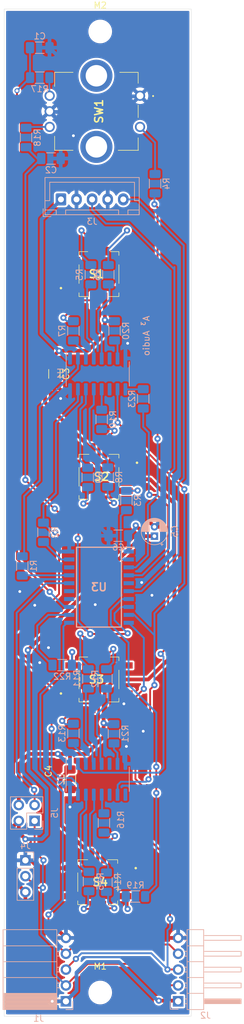
<source format=kicad_pcb>
(kicad_pcb (version 20211014) (generator pcbnew)
  (title_block (comment 4 "AISLER Project ID: ZHBAFTOC"))
  (layers (0 "F.Cu" signal "Front") (31 "B.Cu" signal "Back") (34 "B.Paste" user) (35 "F.Paste" user) (36 "B.SilkS" user "B.Silkscreen") (37 "F.SilkS" user "F.Silkscreen") (38 "B.Mask" user) (39 "F.Mask" user) (44 "Edge.Cuts" user))
  (net 0 "")
  (net 1 "GND")
  (net 2 "ENCA")
  (net 3 "ENCB")
  (net 4 "VCC")
  (net 5 "BUT3")
  (net 6 "BUT2")
  (net 7 "BUT1")
  (net 8 "BUT0")
  (net 9 "PSHFDATA")
  (net 10 "PSHFUDATE")
  (net 11 "ADC1")
  (net 12 "ADC0")
  (net 13 "S1_R")
  (net 14 "Net-(R5-Pad1)")
  (net 15 "Net-(R6-Pad1)")
  (net 16 "S1_G")
  (net 17 "S1_b")
  (net 18 "Net-(R7-Pad1)")
  (net 19 "Net-(R8-Pad1)")
  (net 20 "S2_R")
  (net 21 "Net-(R9-Pad1)")
  (net 22 "Net-(R10-Pad1)")
  (net 23 "Net-(R11-Pad1)")
  (net 24 "Net-(R12-Pad1)")
  (net 25 "Net-(R13-Pad1)")
  (net 26 "Net-(R14-Pad1)")
  (net 27 "Net-(R15-Pad1)")
  (net 28 "Net-(R16-Pad1)")
  (net 29 "Net-(R17-Pad2)")
  (net 30 "Net-(R18-Pad2)")
  (net 31 "ENCSW")
  (net 32 "Net-(R20-Pad1)")
  (net 33 "Net-(R21-Pad1)")
  (net 34 "S2_G")
  (net 35 "S2_B")
  (net 36 "S3_R")
  (net 37 "S3_G")
  (net 38 "S3_B")
  (net 39 "S4_R")
  (net 40 "S4_G")
  (net 41 "S4_B")
  (net 51 "VCC_w")
  (net 52 "SDA")
  (net 53 "UPDI_w")
  (net 54 "SCL")
  (net 55 "UPDI")
  (net 56 "PSFHCLK")
  (net 64 "PSHFDATA2")
  (net 65 "Net-(R1-Pad1)")
  (net 66 "Net-(R2-Pad1)")
  (net 67 "Net-(R3-Pad1)")
  (net 68 "Net-(R4-Pad1)")
  (net 69 "Net-(R19-Pad1)")
  (net 70 "Net-(R22-Pad1)")
  (net 71 "Net-(R23-Pad1)")
  (footprint "Capacitor_SMD:C_1206_3216Metric_Pad1.33x1.80mm_HandSolder" (layer "F.Cu") (at 139.25 140.3 -90)
    (fp_text reference "C4")
    (fp_text value "100nF")
  )
  (footprint "Capacitor_SMD:C_1206_3216Metric_Pad1.33x1.80mm_HandSolder" (layer "F.Cu") (at 136.75 75.3 -90)
    (fp_text reference "C3")
    (fp_text value "100nF")
  )
  (footprint "3dAudioFoot:228CMVARGBFR_SMD" (layer "F.Cu") (at 143.9 91.8)
    (fp_text reference "S2")
    (fp_text value "228CMVARGBFR" hide)
  )
  (footprint "3dAudioFoot:228CMVARGBFR_SMD" (layer "F.Cu") (at 143.9 124.3 180)
    (fp_text reference "S3")
    (fp_text value "228CMVARGBFR" hide)
  )
  (footprint "3dAudioFoot:228CMVARGBFR_SMD" (layer "F.Cu") (at 143.7 156.8)
    (fp_text reference "S4")
    (fp_text value "228CMVARGBFR" hide)
  )
  (footprint "3dAudioFoot:228CMVARGBFR_SMD" (layer "F.Cu") (at 143.9 59.3 180)
    (fp_text reference "S1")
    (fp_text value "228CMVARGBFR" hide)
  )
  (footprint "MountingHole:MountingHole_3.2mm_M3" (layer "F.Cu") (at 144.1 20.4)
    (fp_text reference "M2")
    (fp_text value "MountingHole_3.2mm_M3")
  )
  (footprint "3dAudioFoot:PEC11R4230KS0024" (layer "F.Cu") (at 143.4875 30.7 -90)
    (fp_text reference "SW1")
    (fp_text value "Rotary_Encoder_Switch" hide)
  )
  (footprint "MountingHole:MountingHole_3.2mm_M3" (layer "F.Cu") (at 144.1 174.5)
    (fp_text reference "M1")
    (fp_text value "MountingHole_3.2mm_M3")
  )
  (footprint "Package_SO:SOIC-16_3.9x9.9mm_P1.27mm" (layer "B.Cu") (at 143.7 140.3 -90)
    (fp_text reference "U2")
    (fp_text value "TPIC6C595")
  )
  (footprint "Package_SO:SOIC-16_3.9x9.9mm_P1.27mm" (layer "B.Cu") (at 143.7 75.3 -90)
    (fp_text reference "U1")
    (fp_text value "TPIC6C595")
  )
  (footprint "Resistor_SMD:R_1206_3216Metric_Pad1.30x1.75mm_HandSolder" (layer "B.Cu") (at 132.2 37.4 90)
    (fp_text reference "R18")
    (fp_text value "27k")
  )
  (footprint "Resistor_SMD:R_1206_3216Metric_Pad1.30x1.75mm_HandSolder" (layer "B.Cu") (at 142.1 91.9 90)
    (fp_text reference "R9")
    (fp_text value "155")
  )
  (footprint "Resistor_SMD:R_1206_3216Metric_Pad1.30x1.75mm_HandSolder" (layer "B.Cu") (at 144.7 147.3 90)
    (fp_text reference "R16")
    (fp_text value "100")
  )
  (footprint "Resistor_SMD:R_1206_3216Metric_Pad1.30x1.75mm_HandSolder" (layer "B.Cu") (at 142.3 156.7 90)
    (fp_text reference "R15")
    (fp_text value "155")
  )
  (footprint "Resistor_SMD:R_1206_3216Metric_Pad1.30x1.75mm_HandSolder" (layer "B.Cu") (at 145.1 156.8 90)
    (fp_text reference "R14")
    (fp_text value "165")
  )
  (footprint "Resistor_SMD:R_1206_3216Metric_Pad1.30x1.75mm_HandSolder" (layer "B.Cu") (at 139.8 132.95 -90)
    (fp_text reference "R13")
    (fp_text value "100")
  )
  (footprint "Resistor_SMD:R_1206_3216Metric_Pad1.30x1.75mm_HandSolder" (layer "B.Cu") (at 145.3 91.85 90)
    (fp_text reference "R8")
    (fp_text value "165")
  )
  (footprint "Resistor_SMD:R_1206_3216Metric_Pad1.30x1.75mm_HandSolder" (layer "B.Cu") (at 145.1 124.2 -90)
    (fp_text reference "R12")
    (fp_text value "155")
  )
  (footprint "Resistor_SMD:R_1206_3216Metric_Pad1.30x1.75mm_HandSolder" (layer "B.Cu") (at 142.2 124.2 -90)
    (fp_text reference "R11")
    (fp_text value "165")
  )
  (footprint "Resistor_SMD:R_1206_3216Metric_Pad1.30x1.75mm_HandSolder" (layer "B.Cu") (at 144.335 82.6 90)
    (fp_text reference "R10")
    (fp_text value "100")
  )
  (footprint "Resistor_SMD:R_1206_3216Metric_Pad1.30x1.75mm_HandSolder" (layer "B.Cu") (at 145.4 59.4 -90)
    (fp_text reference "R6")
    (fp_text value "155")
  )
  (footprint "Resistor_SMD:R_1206_3216Metric_Pad1.30x1.75mm_HandSolder" (layer "B.Cu") (at 142.6 59.4 -90)
    (fp_text reference "R5")
    (fp_text value "165")
  )
  (footprint "Capacitor_SMD:C_1206_3216Metric_Pad1.33x1.80mm_HandSolder" (layer "B.Cu") (at 134.4 23 180)
    (fp_text reference "C1")
    (fp_text value "100nF")
  )
  (footprint "Resistor_SMD:R_1206_3216Metric_Pad1.30x1.75mm_HandSolder" (layer "B.Cu") (at 146.4 68.4 90)
    (fp_text reference "R20")
    (fp_text value "4K7")
  )
  (footprint "Resistor_SMD:R_1206_3216Metric_Pad1.30x1.75mm_HandSolder" (layer "B.Cu") (at 146.3 133 90)
    (fp_text reference "R21")
    (fp_text value "4K7")
  )
  (footprint "Resistor_SMD:R_1206_3216Metric_Pad1.30x1.75mm_HandSolder" (layer "B.Cu") (at 134.4 27.8)
    (fp_text reference "R17")
    (fp_text value "27k")
  )
  (footprint "Capacitor_SMD:C_1206_3216Metric_Pad1.33x1.80mm_HandSolder" (layer "B.Cu") (at 136.2 40.7691)
    (fp_text reference "C2")
    (fp_text value "100nF")
  )
  (footprint "Resistor_SMD:R_1206_3216Metric_Pad1.30x1.75mm_HandSolder" (layer "B.Cu") (at 139.8 68.4 -90)
    (fp_text reference "R7")
    (fp_text value "100")
  )
  (footprint "Resistor_SMD:R_1206_3216Metric_Pad1.30x1.75mm_HandSolder" (layer "B.Cu") (at 138 122)
    (fp_text reference "R22")
    (fp_text value "4k7")
  )
  (footprint "3dAudioFoot:attiny1626" (layer "B.Cu") (at 143.9 109.5 180)
    (fp_text reference "U3")
    (fp_text value "ATtiny1626" hide)
  )
  (footprint "Resistor_SMD:R_1206_3216Metric_Pad1.30x1.75mm_HandSolder" (layer "B.Cu") (at 149.75 159.1 180)
    (fp_text reference "R19")
    (fp_text value "4k7")
  )
  (footprint "Resistor_SMD:R_1206_3216Metric_Pad1.30x1.75mm_HandSolder" (layer "B.Cu") (at 151 79.3 -90)
    (fp_text reference "R23")
    (fp_text value "0R")
  )
  (footprint "Resistor_SMD:R_1206_3216Metric_Pad1.30x1.75mm_HandSolder" (layer "B.Cu") (at 135 100.7 90)
    (fp_text reference "R2")
    (fp_text value "0R")
  )
  (footprint "Connector_PinHeader_2.54mm:PinHeader_2x02_P2.54mm_Vertical" (layer "B.Cu") (at 133.575 146.975 90)
    (fp_text reference "J5")
    (fp_text value "Programm_Jumper")
  )
  (footprint "Capacitor_THT:CP_Radial_D4.0mm_P1.50mm" (layer "B.Cu") (at 152.8 101.3226 90)
    (fp_text reference "C5")
    (fp_text value "10uF")
  )
  (footprint "Connector_PinSocket_2.54mm:PinSocket_1x05_P2.54mm_Horizontal" (layer "B.Cu") (at 138.6 175.9)
    (fp_text reference "J1")
    (fp_text value "SPI_Female")
  )
  (footprint "Connector_PinHeader_2.54mm:PinHeader_1x03_P2.54mm_Vertical" (layer "B.Cu") (at 132.1 153.3 180)
    (fp_text reference "J4")
    (fp_text value "UPDI_Interface")
  )
  (footprint "3dAudioFoot:JST_XH_B5B-XH-A_1x05_P2.50mm_Vertical" (layer "B.Cu") (at 137.8 47.325)
    (fp_text reference "J3")
    (fp_text value "Conn_01x05")
  )
  (footprint "Capacitor_SMD:C_1206_3216Metric_Pad1.33x1.80mm_HandSolder" (layer "B.Cu") (at 147 101.25)
    (fp_text reference "C6")
    (fp_text value "100nF")
  )
  (footprint "Resistor_SMD:R_1206_3216Metric_Pad1.30x1.75mm_HandSolder" (layer "B.Cu") (at 152.9 44.8 90)
    (fp_text reference "R4")
    (fp_text value "4k7")
  )
  (footprint "Resistor_SMD:R_1206_3216Metric_Pad1.30x1.75mm_HandSolder" (layer "B.Cu") (at 148.3 95.6 90)
    (fp_text reference "R3")
    (fp_text value "4k7")
  )
  (footprint "Connector_PinHeader_2.54mm:PinHeader_1x05_P2.54mm_Horizontal" (layer "B.Cu") (at 156.6 175.9)
    (fp_text reference "J2")
    (fp_text value "SPI_Male")
  )
  (footprint "Resistor_SMD:R_1206_3216Metric_Pad1.30x1.75mm_HandSolder" (layer "B.Cu") (at 131.6 106.1 90)
    (fp_text reference "R1")
    (fp_text value "0R")
  )
  (gr_line (start 128.7 16.8) (end 128.7 178.3) (layer "Edge.Cuts") (width 0.05))
  (gr_line (start 128.7 178.3) (end 158.7 178.3) (layer "Edge.Cuts") (width 0.05))
  (gr_line (start 128.7 16.8) (end 158.7 16.8) (layer "Edge.Cuts") (width 0.05))
  (gr_line (start 158.7 16.8) (end 158.7 178.3) (layer "Edge.Cuts") (width 0.05))
  (gr_text "A³ Audio" (at 151.5 69.2 90) (layer "B.SilkS") (effects (font (size 1 1)) (justify mirror)))
  (segment (start 137.16 156.89) (end 139.5 154.55) (width 0.6) (layer "F.Cu") (net 1))
  (segment (start 153.8226 99.8226) (end 154 100) (width 0.6) (layer "F.Cu") (net 1))
  (segment (start 147.9 128.2) (end 147.9 126.1875) (width 0.6) (layer "F.Cu") (net 1))
  (segment (start 148.3 135.0375) (end 147.9 134.6375) (width 0.6) (layer "F.Cu") (net 1))
  (segment (start 154 100) (end 154 105.5) (width 0.6) (layer "F.Cu") (net 1))
  (segment (start 137.75 77.8625) (end 136.75 76.8625) (width 0.6) (layer "F.Cu") (net 1))
  (segment (start 148.1 70) (end 148.1 61.55) (width 0.6) (layer "F.Cu") (net 1))
  (segment (start 152.8 99.8226) (end 153.8226 99.8226) (width 0.6) (layer "F.Cu") (net 1))
  (segment (start 147.9 134.6375) (end 147.9 128.2) (width 0.6) (layer "F.Cu") (net 1))
  (segment (start 147.2 112.3) (end 150.75 108.75) (width 0.6) (layer "F.Cu") (net 1))
  (segment (start 138.6 165.74) (end 156.6 165.74) (width 0.6) (layer "F.Cu") (net 1))
  (segment (start 137.16 157.48) (end 132.98 153.3) (width 0.6) (layer "F.Cu") (net 1))
  (segment (start 132.98 153.3) (end 132.1 153.3) (width 0.6) (layer "F.Cu") (net 1))
  (segment (start 137.75 79.25) (end 137.75 77.8625) (width 0.6) (layer "F.Cu") (net 1))
  (segment (start 138.6 165.74) (end 137.16 164.3) (width 0.6) (layer "F.Cu") (net 1))
  (segment (start 139.25 141.8625) (end 139.25 144.75) (width 0.6) (layer "F.Cu") (net 1))
  (segment (start 154 105.5) (end 150.75 108.75) (width 0.6) (layer "F.Cu") (net 1))
  (segment (start 143.3 112.3) (end 147.2 112.3) (width 0.6) (layer "F.Cu") (net 1))
  (segment (start 137.16 157.48) (end 137.16 156.89) (width 0.6) (layer "F.Cu") (net 1))
  (segment (start 148.5 70.4) (end 148.1 70) (width 0.6) (layer "F.Cu") (net 1))
  (segment (start 137.16 164.3) (end 137.16 157.48) (width 0.6) (layer "F.Cu") (net 1))
  (via (at 131.2 110.2) (size 1) (drill 0.45) (layers "F.Cu" "B.Cu") (net 1))
  (via (at 133.6 112.4) (size 1) (drill 0.45) (layers "F.Cu" "B.Cu") (net 1))
  (via (at 152.4 110.8) (size 1) (drill 0.45) (layers "F.Cu" "B.Cu") (net 1))
  (via (at 143.3 112.3) (size 1) (drill 0.45) (layers "F.Cu" "B.Cu") (net 1))
  (via (at 139.25 144.75) (size 1) (drill 0.45) (layers "F.Cu" "B.Cu") (net 1))
  (via (at 135.8 119.2) (size 1) (drill 0.45) (layers "F.Cu" "B.Cu") (net 1))
  (via (at 150.75 108.75) (size 1) (drill 0.45) (layers "F.Cu" "B.Cu") (net 1))
  (via (at 134.4 121.6) (size 1) (drill 0.45) (layers "F.Cu" "B.Cu") (net 1))
  (via (at 148.5 70.4) (size 1) (drill 0.45) (layers "F.Cu" "B.Cu") (net 1))
  (via (at 151 132.6) (size 1) (drill 0.45) (layers "F.Cu" "B.Cu") (net 1))
  (via (at 147.9 128.2) (size 1) (drill 0.45) (layers "F.Cu" "B.Cu") (net 1))
  (via (at 148.3 135.0375) (size 1) (drill 0.45) (layers "F.Cu" "B.Cu") (net 1))
  (via (at 139.8 37.1125) (size 1) (drill 0.45) (layers "F.Cu" "B.Cu") (net 1))
  (via (at 137.75 79.25) (size 1) (drill 0.45) (layers "F.Cu" "B.Cu") (net 1))
  (segment (start 147.945 135.3925) (end 148.3 135.0375) (width 0.6) (layer "B.Cu") (net 1))
  (segment (start 137.4125 29.4125) (end 141.3 33.3) (width 0.6) (layer "B.Cu") (net 1))
  (segment (start 147.9 119.15) (end 143.25 114.5) (width 0.6) (layer "B.Cu") (net 1))
  (segment (start 150.75 108.75) (end 155.9 103.6) (width 0.6) (layer "B.Cu") (net 1))
  (segment (start 143.25 114.5) (end 143.25 112.35) (width 0.6) (layer "B.Cu") (net 1))
  (segment (start 139.125 103.785) (end 139.125 101.519365) (width 0.6) (layer "B.Cu") (net 1))
  (segment (start 155.9 103.6) (end 155.9 92.1) (width 0.6) (layer "B.Cu") (net 1))
  (segment (start 135.9875 33.3) (end 139.8 37.1125) (width 0.6) (layer "B.Cu") (net 1))
  (segment (start 139.255 144.745) (end 139.25 144.75) (width 0.6) (layer "B.Cu") (net 1))
  (segment (start 137.7625 34.975) (end 135.9875 33.2) (width 0.6) (layer "B.Cu") (net 1))
  (segment (start 143.1 33.5) (end 142.9 33.3) (width 0.6) (layer "B.Cu") (net 1))
  (segment (start 143.25 112.35) (end 143.3 112.3) (width 0.6) (layer "B.Cu") (net 1))
  (segment (start 135.9625 23) (end 137.4125 24.45) (width 0.6) (layer "B.Cu") (net 1))
  (segment (start 142.9 33.3) (end 141.3 33.3) (width 0.6) (layer "B.Cu") (net 1))
  (segment (start 140.844365 99.8) (end 143.9875 99.8) (width 0.6) (layer "B.Cu") (net 1))
  (segment (start 137.4125 24.45) (end 137.4125 29.4125) (width 0.6) (layer "B.Cu") (net 1))
  (segment (start 145.8 30.8) (end 143.1 33.5) (width 0.6) (layer "B.Cu") (net 1))
  (segment (start 147.9 128.2) (end 147.9 119.15) (width 0.6) (layer "B.Cu") (net 1))
  (segment (start 137.7625 40.7691) (end 137.7625 34.975) (width 0.6) (layer "B.Cu") (net 1))
  (segment (start 155.9 92.1) (end 156.75 91.25) (width 0.6) (layer "B.Cu") (net 1))
  (segment (start 139.125 101.519365) (end 140.844365 99.8) (width 0.6) (layer "B.Cu") (net 1))
  (segment (start 141.3 33.3) (end 135.9875 33.3) (width 0.6) (layer "B.Cu") (net 1))
  (segment (start 139.255 77.775) (end 139.225 77.775) (width 0.6) (layer "B.Cu") (net 1))
  (segment (start 143.9875 99.8) (end 145.4375 101.25) (width 0.6) (layer "B.Cu") (net 1))
  (segment (start 148.145 70.755) (end 148.5 70.4) (width 0.6) (layer "B.Cu") (net 1))
  (segment (start 147.945 137.4625) (end 147.945 135.3925) (width 0.6) (layer "B.Cu") (net 1))
  (segment (start 150.4875 30.8) (end 145.8 30.8) (width 0.6) (layer "B.Cu") (net 1))
  (segment (start 148.145 72.825) (end 148.145 70.755) (width 0.6) (layer "B.Cu") (net 1))
  (segment (start 156.75 91.25) (end 156.75 56.75) (width 0.6) (layer "B.Cu") (net 1))
  (segment (start 139.255 142.775) (end 139.255 144.745) (width 0.6) (layer "B.Cu") (net 1))
  (segment (start 139.225 77.775) (end 137.75 79.25) (width 0.6) (layer "B.Cu") (net 1))
  (segment (start 136 110.25) (end 130.75 105) (width 0.3) (layer "F.Cu") (net 2))
  (segment (start 130.75 105) (end 130.75 29.9) (width 0.3) (layer "F.Cu") (net 2))
  (via (at 136 110.25) (size 1) (drill 0.45) (layers "F.Cu" "B.Cu") (net 2))
  (via (at 130.75 29.9) (size 0.8) (drill 0.45) (layers "F.Cu" "B.Cu") (net 2))
  (segment (start 139.125 112.675) (end 138.425 112.675) (width 0.3) (layer "B.Cu") (net 2))
  (segment (start 132.8375 27.7875) (end 132.85 27.8) (width 0.3) (layer "B.Cu") (net 2))
  (segment (start 138.425 112.675) (end 136 110.25) (width 0.3) (layer "B.Cu") (net 2))
  (segment (start 132.85 27.8) (end 130.75 29.9) (width 0.3) (layer "B.Cu") (net 2))
  (segment (start 132.8375 23) (end 132.8375 27.7875) (width 0.3) (layer "B.Cu") (net 2))
  (segment (start 140.6 101.6) (end 140.5 101.7) (width 0.3) (layer "F.Cu") (net 3))
  (segment (start 132.1 92.3) (end 136.7 96.9) (width 0.3) (layer "F.Cu") (net 3))
  (segment (start 136.7 96.9) (end 136.8 96.9) (width 0.3) (layer "F.Cu") (net 3))
  (segment (start 142.5 117) (end 148.4 117) (width 0.3) (layer "F.Cu") (net 3))
  (segment (start 140.6 100.7) (end 140.6 101.6) (width 0.3) (layer "F.Cu") (net 3))
  (segment (start 148.4 117) (end 148.5 116.9) (width 0.3) (layer "F.Cu") (net 3))
  (segment (start 136.8 96.9) (end 140.6 100.7) (width 0.3) (layer "F.Cu") (net 3))
  (via (at 136.8 96.9) (size 1) (drill 0.45) (layers "F.Cu" "B.Cu") (net 3))
  (via (at 142.5 117) (size 1) (drill 0.45) (layers "F.Cu" "B.Cu") (net 3))
  (via (at 132.1 92.3) (size 1) (drill 0.45) (layers "F.Cu" "B.Cu") (net 3))
  (via (at 140.5 101.7) (size 1) (drill 0.45) (layers "F.Cu" "B.Cu") (net 3))
  (via (at 148.5 116.9) (size 1) (drill 0.45) (layers "F.Cu" "B.Cu") (net 3))
  (segment (start 147.425 112.675) (end 146.4 113.7) (width 0.3) (layer "B.Cu") (net 3))
  (segment (start 134.6375 40.7691) (end 134.0191 40.7691) (width 0.3) (layer "B.Cu") (net 3))
  (segment (start 140.5 101.7) (end 140.5 115) (width 0.3) (layer "B.Cu") (net 3))
  (segment (start 132.1 43.3066) (end 134.6375 40.7691) (width 0.3) (layer "B.Cu") (net 3))
  (segment (start 148.675 112.675) (end 147.425 112.675) (width 0.3) (layer "B.Cu") (net 3))
  (segment (start 146.4 114.8) (end 148.5 116.9) (width 0.3) (layer "B.Cu") (net 3))
  (segment (start 140.5 115) (end 142.5 117) (width 0.3) (layer "B.Cu") (net 3))
  (segment (start 132.1 46.0691) (end 132.1 43.3066) (width 0.3) (layer "B.Cu") (net 3))
  (segment (start 132.1 92.3) (end 132.1 46.0691) (width 0.3) (layer "B.Cu") (net 3))
  (segment (start 134.0191 40.7691) (end 132.2 38.95) (width 0.3) (layer "B.Cu") (net 3))
  (segment (start 146.4 113.7) (end 146.4 114.8) (width 0.3) (layer "B.Cu") (net 3))
  (segment (start 139.25 138.7375) (end 139.25 136.25) (width 0.6) (layer "F.Cu") (net 4))
  (segment (start 144.65 133.4875) (end 144.65 131.2875) (width 0.6) (layer "F.Cu") (net 4))
  (segment (start 136.75 73.7375) (end 136.75 72.35) (width 0.6) (layer "F.Cu") (net 4))
  (segment (start 137.5 71.6) (end 142.1 71.6) (width 0.6) (layer "F.Cu") (net 4))
  (segment (start 142.95 89.25) (end 145.9 92.2) (width 0.6) (layer "F.Cu") (net 4))
  (segment (start 142.1 71.6) (end 142.6 71.1) (width 0.6) (layer "F.Cu") (net 4))
  (segment (start 142.6 71.1) (end 144.85 68.85) (width 0.6) (layer "F.Cu") (net 4))
  (segment (start 142.4 135.7375) (end 144.65 133.4875) (width 0.6) (layer "F.Cu") (net 4))
  (segment (start 144.85 128.5) (end 144.85 125.95) (width 0.6) (layer "F.Cu") (net 4))
  (segment (start 135.25 75.2375) (end 136.75 73.7375) (width 0.6) (layer "F.Cu") (net 4))
  (segment (start 137.75 140.2375) (end 139.25 138.7375) (width 0.6) (layer "F.Cu") (net 4))
  (segment (start 144.85 125.95) (end 146.5 124.3) (width 0.6) (layer "F.Cu") (net 4))
  (segment (start 136.75 72.35) (end 137.5 71.6) (width 0.6) (layer "F.Cu") (net 4))
  (segment (start 131.035 137.865) (end 132.6625 136.2375) (width 0.6) (layer "F.Cu") (net 4))
  (segment (start 131.035 144.435) (end 131.035 137.865) (width 0.6) (layer "F.Cu") (net 4))
  (segment (start 132.6625 136.2375) (end 137.3 136.2375) (width 0.6) (layer "F.Cu") (net 4))
  (segment (start 142.95 87.6) (end 135.25 79.9) (width 0.6) (layer "F.Cu") (net 4))
  (segment (start 145.9 92.2) (end 152.1 92.2) (width 0.6) (layer "F.Cu") (net 4))
  (segment (start 142.75 152.6) (end 137.75 147.6) (width 0.6) (layer "F.Cu") (net 4))
  (segment (start 137.3 136.2375) (end 139.2625 136.2375) (width 0.6) (layer "F.Cu") (net 4))
  (segment (start 139.2625 136.2375) (end 141.9 136.2375) (width 0.6) (layer "F.Cu") (net 4))
  (segment (start 144.85 66.65) (end 144.85 63.5) (width 0.6) (layer "F.Cu") (net 4))
  (segment (start 146.5 124.3) (end 151.8 124.3) (width 0.6) (layer "F.Cu") (net 4))
  (segment (start 139.25 136.25) (end 139.2625 136.2375) (width 0.6) (layer "F.Cu") (net 4))
  (segment (start 151.8 124.3) (end 156 120.1) (width 0.6) (layer "F.Cu") (net 4))
  (segment (start 141.9 136.2375) (end 142.4 135.7375) (width 0.6) (layer "F.Cu") (net 4))
  (segment (start 144.65 131.2875) (end 144.65 128.1375) (width 0.6) (layer "F.Cu") (net 4))
  (segment (start 156 120.1) (end 156 96.1) (width 0.6) (layer "F.Cu") (net 4))
  (segment (start 152.1 92.2) (end 156 96.1) (width 0.6) (layer "F.Cu") (net 4))
  (segment (start 137.75 147.6) (end 137.75 140.2375) (width 0.6) (layer "F.Cu") (net 4))
  (segment (start 142.95 87.6) (end 142.95 89.25) (width 0.6) (layer "F.Cu") (net 4))
  (segment (start 135.25 79.9) (end 135.25 75.2375) (width 0.6) (layer "F.Cu") (net 4))
  (segment (start 144.85 68.85) (end 144.85 66.65) (width 0.6) (layer "F.Cu") (net 4))
  (via (at 144.65 131.2875) (size 1) (drill 0.45) (layers "F.Cu" "B.Cu") (net 4))
  (via (at 137.5 71.6) (size 1) (drill 0.45) (layers "F.Cu" "B.Cu") (net 4))
  (via (at 144.85 66.65) (size 1) (drill 0.45) (layers "F.Cu" "B.Cu") (net 4))
  (via (at 137.3 136.2375) (size 1) (drill 0.45) (layers "F.Cu" "B.Cu") (net 4))
  (segment (start 144.85 131.4875) (end 144.65 131.2875) (width 0.6) (layer "B.Cu") (net 4))
  (segment (start 134.7 68.8) (end 134.7 50.5) (width 0.6) (layer "B.Cu") (net 4))
  (segment (start 139.055 137.4625) (end 138.525 137.4625) (width 0.6) (layer "B.Cu") (net 4))
  (segment (start 137.8 47.4) (end 137.8 47.325) (width 0.6) (layer "B.Cu") (net 4))
  (segment (start 138.525 137.4625) (end 137.3 136.2375) (width 0.6) (layer "B.Cu") (net 4))
  (segment (start 146.4 66.85) (end 145.05 66.85) (width 0.6) (layer "B.Cu") (net 4))
  (segment (start 146.2 131.4875) (end 144.85 131.4875) (width 0.6) (layer "B.Cu") (net 4))
  (segment (start 145.05 66.85) (end 144.85 66.65) (width 0.6) (layer "B.Cu") (net 4))
  (segment (start 137.5 71.6) (end 134.7 68.8) (width 0.6) (layer "B.Cu") (net 4))
  (segment (start 134.7 50.5) (end 137.8 47.4) (width 0.6) (layer "B.Cu") (net 4))
  (segment (start 138.725 72.825) (end 137.5 71.6) (width 0.6) (layer "B.Cu") (net 4))
  (segment (start 139.255 72.825) (end 138.725 72.825) (width 0.6) (layer "B.Cu") (net 4))
  (segment (start 148.5 161.1) (end 148.5 159.65) (width 0.3) (layer "F.Cu") (net 5))
  (segment (start 148.5 159.65) (end 147.9 159.05) (width 0.3) (layer "F.Cu") (net 5))
  (via (at 148.5 161.1) (size 1) (drill 0.45) (layers "F.Cu" "B.Cu") (net 5))
  (segment (start 148.2 159.1) (end 148.2 160.8) (width 0.3) (layer "B.Cu") (net 5))
  (segment (start 148.2 160.8) (end 148.5 161.1) (width 0.3) (layer "B.Cu") (net 5))
  (segment (start 139.6 119.9) (end 139.6 121.95) (width 0.3) (layer "F.Cu") (net 6))
  (segment (start 139.6 121.95) (end 139.7 122.05) (width 0.3) (layer "F.Cu") (net 6))
  (via (at 139.6 119.9) (size 1) (drill 0.45) (layers "F.Cu" "B.Cu") (net 6))
  (segment (start 139.55 122) (end 139.55 119.95) (width 0.3) (layer "B.Cu") (net 6))
  (segment (start 139.55 119.95) (end 139.6 119.9) (width 0.3) (layer "B.Cu") (net 6))
  (segment (start 150.1 94) (end 148.15 94) (width 0.3) (layer "F.Cu") (net 7))
  (segment (start 148.15 94) (end 148.1 94.05) (width 0.3) (layer "F.Cu") (net 7))
  (via (at 150.1 94) (size 1) (drill 0.45) (layers "F.Cu" "B.Cu") (net 7))
  (segment (start 150.05 94.05) (end 150.1 94) (width 0.3) (layer "B.Cu") (net 7))
  (segment (start 148.3 94.05) (end 150.05 94.05) (width 0.3) (layer "B.Cu") (net 7))
  (segment (start 131.9 94.9) (end 134.4 92.4) (width 0.3) (layer "B.Cu") (net 9))
  (segment (start 140.525 74.475) (end 140.525 72.825) (width 0.3) (layer "B.Cu") (net 9))
  (segment (start 134.4 80.6) (end 140.525 74.475) (width 0.3) (layer "B.Cu") (net 9))
  (segment (start 131.6 104.55) (end 131.9 104.25) (width 0.3) (layer "B.Cu") (net 9))
  (segment (start 131.9 104.25) (end 131.9 94.9) (width 0.3) (layer "B.Cu") (net 9))
  (segment (start 134.4 92.4) (end 134.4 80.6) (width 0.3) (layer "B.Cu") (net 9))
  (segment (start 151.8495 140.3) (end 152.11066 140.03884) (width 0.3) (layer "F.Cu") (net 10))
  (segment (start 152.11066 125.88934) (end 152.8 125.2) (width 0.3) (layer "F.Cu") (net 10))
  (segment (start 157.6 93.8) (end 146.9 83.1) (width 0.3) (layer "F.Cu") (net 10))
  (segment (start 152.11066 140.03884) (end 152.11066 125.88934) (width 0.3) (layer "F.Cu") (net 10))
  (via (at 157.6 93.8) (size 1) (drill 0.45) (layers "F.Cu" "B.Cu") (net 10))
  (via (at 152.8 125.2) (size 1) (drill 0.45) (layers "F.Cu" "B.Cu") (net 10))
  (via (at 146.9 83.1) (size 1) (drill 0.45) (layers "F.Cu" "B.Cu") (net 10))
  (via (at 151.8495 140.3) (size 1) (drill 0.45) (layers "F.Cu" "B.Cu") (net 10))
  (segment (start 151.5 140.7) (end 151.8495 140.3505) (width 0.3) (layer "B.Cu") (net 10))
  (segment (start 146.9 81.15) (end 146.875 81.125) (width 0.3) (layer "B.Cu") (net 10))
  (segment (start 146.9 141.2) (end 147.4 140.7) (width 0.3) (layer "B.Cu") (net 10))
  (segment (start 152.8 125.2) (end 152.8 117.2) (width 0.3) (layer "B.Cu") (net 10))
  (segment (start 146.9 83.1) (end 146.9 81.15) (width 0.3) (layer "B.Cu") (net 10))
  (segment (start 151.8495 140.3505) (end 151.8495 140.3) (width 0.3) (layer "B.Cu") (net 10))
  (segment (start 157.6 108.9) (end 157.6 93.8) (width 0.3) (layer "B.Cu") (net 10))
  (segment (start 146.875 142.775) (end 146.9 142.75) (width 0.3) (layer "B.Cu") (net 10))
  (segment (start 147.4 140.7) (end 151.5 140.7) (width 0.3) (layer "B.Cu") (net 10))
  (segment (start 152.8 117.2) (end 149.5 113.9) (width 0.3) (layer "B.Cu") (net 10))
  (segment (start 146.875 77.775) (end 146.875 81.125) (width 0.3) (layer "B.Cu") (net 10))
  (segment (start 152.8 113.7) (end 157.6 108.9) (width 0.3) (layer "B.Cu") (net 10))
  (segment (start 146.9 142.75) (end 146.9 141.2) (width 0.3) (layer "B.Cu") (net 10))
  (segment (start 152.8 117.2) (end 152.8 113.7) (width 0.3) (layer "B.Cu") (net 10))
  (segment (start 156.65 104.193503) (end 156.65 92.85) (width 0.3) (layer "B.Cu") (net 11))
  (segment (start 150.125 47.325) (end 147.8 47.325) (width 0.3) (layer "B.Cu") (net 11))
  (segment (start 157.5 54.7) (end 157.5 54.675) (width 0.3) (layer "B.Cu") (net 11))
  (segment (start 157.5 92) (end 157.5 54.7) (width 0.3) (layer "B.Cu") (net 11))
  (segment (start 150.708503 110.135) (end 156.65 104.193503) (width 0.3) (layer "B.Cu") (net 11))
  (segment (start 148.675 110.135) (end 150.708503 110.135) (width 0.3) (layer "B.Cu") (net 11))
  (segment (start 156.65 92.85) (end 157.5 92) (width 0.3) (layer "B.Cu") (net 11))
  (segment (start 157.5 54.7) (end 150.125 47.325) (width 0.3) (layer "B.Cu") (net 11))
  (segment (start 156 58.6) (end 156 58.556497) (width 0.3) (layer "B.Cu") (net 12))
  (segment (start 156 90.5) (end 156 58.6) (width 0.3) (layer "B.Cu") (net 12))
  (segment (start 145 51.2) (end 142.8 49) (width 0.3) (layer "B.Cu") (net 12))
  (segment (start 156 58.556497) (end 148.643503 51.2) (width 0.3) (layer "B.Cu") (net 12))
  (segment (start 155.15 91.35) (end 156 90.5) (width 0.3) (layer "B.Cu") (net 12))
  (segment (start 148.643503 51.2) (end 145 51.2) (width 0.3) (layer "B.Cu") (net 12))
  (segment (start 148.675 107.595) (end 150.84434 107.595) (width 0.3) (layer "B.Cu") (net 12))
  (segment (start 150.84434 107.595) (end 155.15 103.28934) (width 0.3) (layer "B.Cu") (net 12))
  (segment (start 155.15 103.28934) (end 155.15 91.35) (width 0.3) (layer "B.Cu") (net 12))
  (segment (start 142.8 49) (end 142.8 47.325) (width 0.3) (layer "B.Cu") (net 12))
  (segment (start 156 58.6) (end 156 58.175) (width 0.3) (layer "B.Cu") (net 12))
  (segment (start 143.065 72.825) (end 143.065 70.565) (width 0.3) (layer "B.Cu") (net 13))
  (segment (start 142 69.5) (end 142 61.55) (width 0.3) (layer "B.Cu") (net 13))
  (segment (start 143.065 70.565) (end 142 69.5) (width 0.3) (layer "B.Cu") (net 13))
  (segment (start 142 61.55) (end 142.6 60.95) (width 0.3) (layer "B.Cu") (net 13))
  (segment (start 142.95 54.15) (end 142.95 55.1) (width 0.3) (layer "F.Cu") (net 14))
  (segment (start 141.1 52.3) (end 142.95 54.15) (width 0.3) (layer "F.Cu") (net 14))
  (via (at 141.1 52.3) (size 1) (drill 0.45) (layers "F.Cu" "B.Cu") (net 14))
  (segment (start 142.6 57.85) (end 141.1 56.35) (width 0.3) (layer "B.Cu") (net 14))
  (segment (start 141.1 56.35) (end 141.1 52.3) (width 0.3) (layer "B.Cu") (net 14))
  (segment (start 145.6 55.1) (end 144.85 55.1) (width 0.3) (layer "F.Cu") (net 15))
  (segment (start 148.4 52.3) (end 145.6 55.1) (width 0.3) (layer "F.Cu") (net 15))
  (via (at 148.4 52.3) (size 1) (drill 0.45) (layers "F.Cu" "B.Cu") (net 15))
  (segment (start 145.4 57.85) (end 145.4 55.3) (width 0.3) (layer "B.Cu") (net 15))
  (segment (start 145.4 55.3) (end 148.4 52.3) (width 0.3) (layer "B.Cu") (net 15))
  (segment (start 145.6 63.4) (end 145.6 61.15) (width 0.3) (layer "B.Cu") (net 16))
  (segment (start 143.8 65.2) (end 145.6 63.4) (width 0.3) (layer "B.Cu") (net 16))
  (segment (start 144.335 72.825) (end 144.335 69.041191) (width 0.3) (layer "B.Cu") (net 16))
  (segment (start 145.6 61.15) (end 145.4 60.95) (width 0.3) (layer "B.Cu") (net 16))
  (segment (start 143.8 68.506191) (end 143.8 65.2) (width 0.3) (layer "B.Cu") (net 16))
  (segment (start 144.335 69.041191) (end 143.8 68.506191) (width 0.3) (layer "B.Cu") (net 16))
  (segment (start 141.795 72.825) (end 141.795 72.045) (width 0.3) (layer "B.Cu") (net 17))
  (segment (start 141.795 72.045) (end 139.7 69.95) (width 0.3) (layer "B.Cu") (net 17))
  (segment (start 141 63.5) (end 142.95 63.5) (width 0.3) (layer "F.Cu") (net 18))
  (segment (start 138.2 66.3) (end 141 63.5) (width 0.3) (layer "F.Cu") (net 18))
  (via (at 138.2 66.3) (size 1) (drill 0.45) (layers "F.Cu" "B.Cu") (net 18))
  (segment (start 138.75 66.85) (end 138.2 66.3) (width 0.3) (layer "B.Cu") (net 18))
  (segment (start 139.7 66.85) (end 138.75 66.85) (width 0.3) (layer "B.Cu") (net 18))
  (segment (start 146.3 96) (end 144.85 96) (width 0.3) (layer "F.Cu") (net 19))
  (via (at 146.3 96) (size 1) (drill 0.45) (layers "F.Cu" "B.Cu") (net 19))
  (segment (start 145.3 93.4) (end 145.3 95) (width 0.3) (layer "B.Cu") (net 19))
  (segment (start 145.3 95) (end 146.3 96) (width 0.3) (layer "B.Cu") (net 19))
  (segment (start 142.4 86.3) (end 142.4 80.9) (width 0.3) (layer "B.Cu") (net 20))
  (segment (start 142.4 80.9) (end 143.065 80.235) (width 0.3) (layer "B.Cu") (net 20))
  (segment (start 145.3 90.3) (end 145.3 89.2) (width 0.3) (layer "B.Cu") (net 20))
  (segment (start 143.065 80.235) (end 143.065 77.775) (width 0.3) (layer "B.Cu") (net 20))
  (segment (start 145.3 89.2) (end 142.4 86.3) (width 0.3) (layer "B.Cu") (net 20))
  (segment (start 141.4 96.1) (end 142.85 96.1) (width 0.3) (layer "F.Cu") (net 21))
  (segment (start 142.85 96.1) (end 142.95 96) (width 0.3) (layer "F.Cu") (net 21))
  (via (at 141.4 96.1) (size 1) (drill 0.45) (layers "F.Cu" "B.Cu") (net 21))
  (segment (start 142.1 93.45) (end 142.1 95.4) (width 0.3) (layer "B.Cu") (net 21))
  (segment (start 142.1 95.4) (end 141.4 96.1) (width 0.3) (layer "B.Cu") (net 21))
  (segment (start 144.85 85.95) (end 144.85 87.6) (width 0.3) (layer "F.Cu") (net 22))
  (segment (start 146.4 84.4) (end 144.85 85.95) (width 0.3) (layer "F.Cu") (net 22))
  (via (at 146.4 84.4) (size 1) (drill 0.45) (layers "F.Cu" "B.Cu") (net 22))
  (segment (start 144.335 84.15) (end 146.15 84.15) (width 0.3) (layer "B.Cu") (net 22))
  (segment (start 146.15 84.15) (end 146.4 84.4) (width 0.3) (layer "B.Cu") (net 22))
  (segment (start 140.9 116.9375) (end 142.75 118.7875) (width 0.3) (layer "F.Cu") (net 23))
  (segment (start 142.75 118.7875) (end 142.75 119.7375) (width 0.3) (layer "F.Cu") (net 23))
  (via (at 140.9 116.9375) (size 1) (drill 0.45) (layers "F.Cu" "B.Cu") (net 23))
  (segment (start 142.4 122.4875) (end 140.9 120.9875) (width 0.3) (layer "B.Cu") (net 23))
  (segment (start 140.9 120.9875) (end 140.9 116.9375) (width 0.3) (layer "B.Cu") (net 23))
  (segment (start 144.85 120.1) (end 145.5 120.1) (width 0.3) (layer "F.Cu") (net 24))
  (segment (start 145.5 120.1) (end 146.2 119.4) (width 0.3) (layer "F.Cu") (net 24))
  (via (at 146.2 119.4) (size 1) (drill 0.45) (layers "F.Cu" "B.Cu") (net 24))
  (segment (start 146.2 121.55) (end 145.1 122.65) (width 0.3) (layer "B.Cu") (net 24))
  (segment (start 146.2 119.4) (end 146.2 121.55) (width 0.3) (layer "B.Cu") (net 24))
  (segment (start 138 130.9375) (end 140.8 128.1375) (width 0.3) (layer "F.Cu") (net 25))
  (segment (start 140.8 128.1375) (end 142.75 128.1375) (width 0.3) (layer "F.Cu") (net 25))
  (via (at 138 130.9375) (size 1) (drill 0.45) (layers "F.Cu" "B.Cu") (net 25))
  (segment (start 138.55 131.4875) (end 138 130.9375) (width 0.3) (layer "B.Cu") (net 25))
  (segment (start 139.5 131.4875) (end 138.55 131.4875) (width 0.3) (layer "B.Cu") (net 25))
  (segment (start 146.365 160.9875) (end 144.915 160.9875) (width 0.3) (layer "F.Cu") (net 26))
  (via (at 146.365 160.9875) (size 1) (drill 0.45) (layers "F.Cu" "B.Cu") (net 26))
  (segment (start 145.365 158.3875) (end 145.365 159.9875) (width 0.3) (layer "B.Cu") (net 26))
  (segment (start 145.365 159.9875) (end 146.365 160.9875) (width 0.3) (layer "B.Cu") (net 26))
  (segment (start 141.465 161.0875) (end 142.915 161.0875) (width 0.3) (layer "F.Cu") (net 27))
  (via (at 141.465 161.0875) (size 1) (drill 0.45) (layers "F.Cu" "B.Cu") (net 27))
  (segment (start 142.165 160.3875) (end 141.465 161.0875) (width 0.3) (layer "B.Cu") (net 27))
  (segment (start 142.165 158.4375) (end 142.165 160.3875) (width 0.3) (layer "B.Cu") (net 27))
  (segment (start 144.915 150.9375) (end 144.915 152.5875) (width 0.3) (layer "F.Cu") (net 28))
  (segment (start 146.465 149.3875) (end 144.915 150.9375) (width 0.3) (layer "F.Cu") (net 28))
  (via (at 146.465 149.3875) (size 1) (drill 0.45) (layers "F.Cu" "B.Cu") (net 28))
  (segment (start 144.4 149.1375) (end 146.215 149.1375) (width 0.3) (layer "B.Cu") (net 28))
  (segment (start 146.215 149.1375) (end 146.465 149.3875) (width 0.3) (layer "B.Cu") (net 28))
  (segment (start 135.95 30.6625) (end 135.9875 30.7) (width 0.3) (layer "B.Cu") (net 29))
  (segment (start 135.95 27.8) (end 135.95 30.6625) (width 0.3) (layer "B.Cu") (net 29))
  (segment (start 132.2 35.85) (end 132.35 35.7) (width 0.3) (layer "B.Cu") (net 30))
  (segment (start 132.35 35.7) (end 135.9875 35.7) (width 0.3) (layer "B.Cu") (net 30))
  (segment (start 152.9 38.2125) (end 150.4875 35.8) (width 0.3) (layer "B.Cu") (net 31))
  (segment (start 152.9 43.25) (end 152.9 38.2125) (width 0.3) (layer "B.Cu") (net 31))
  (segment (start 146.875 72.825) (end 146.875 70.425) (width 0.3) (layer "B.Cu") (net 32))
  (segment (start 146.875 70.425) (end 146.4 69.95) (width 0.3) (layer "B.Cu") (net 32))
  (segment (start 146.875 136.075) (end 146.875 137.825) (width 0.3) (layer "B.Cu") (net 33))
  (segment (start 146.3 135.5) (end 146.875 136.075) (width 0.3) (layer "B.Cu") (net 33))
  (segment (start 146.3 134.55) (end 146.3 135.5) (width 0.3) (layer "B.Cu") (net 33))
  (segment (start 140.9 81) (end 141.795 80.105) (width 0.3) (layer "B.Cu") (net 34))
  (segment (start 141.795 80.105) (end 141.795 77.775) (width 0.3) (layer "B.Cu") (net 34))
  (segment (start 142.1 90.35) (end 140.9 89.15) (width 0.3) (layer "B.Cu") (net 34))
  (segment (start 140.9 89.15) (end 140.9 81) (width 0.3) (layer "B.Cu") (net 34))
  (segment (start 144.335 81.05) (end 144.335 77.775) (width 0.3) (layer "B.Cu") (net 35))
  (segment (start 142.865 135.2025) (end 141.8 134.1375) (width 0.3) (layer "B.Cu") (net 36))
  (segment (start 141.8 134.1375) (end 141.8 126.1875) (width 0.3) (layer "B.Cu") (net 36))
  (segment (start 141.8 126.1875) (end 142.4 125.5875) (width 0.3) (layer "B.Cu") (net 36))
  (segment (start 142.865 137.4625) (end 142.865 135.2025) (width 0.3) (layer "B.Cu") (net 36))
  (segment (start 144.135 137.4625) (end 144.135 133.678691) (width 0.3) (layer "B.Cu") (net 37))
  (segment (start 144.135 133.678691) (end 143.6 133.143691) (width 0.3) (layer "B.Cu") (net 37))
  (segment (start 143.6 129.8375) (end 145.4 128.0375) (width 0.3) (layer "B.Cu") (net 37))
  (segment (start 145.4 125.7875) (end 145.2 125.5875) (width 0.3) (layer "B.Cu") (net 37))
  (segment (start 143.6 133.143691) (end 143.6 129.8375) (width 0.3) (layer "B.Cu") (net 37))
  (segment (start 145.4 128.0375) (end 145.4 125.7875) (width 0.3) (layer "B.Cu") (net 37))
  (segment (start 141.595 136.6825) (end 139.5 134.5875) (width 0.3) (layer "B.Cu") (net 38))
  (segment (start 141.595 137.4625) (end 141.595 136.6825) (width 0.3) (layer "B.Cu") (net 38))
  (segment (start 145.365 154.1875) (end 142.465 151.2875) (width 0.3) (layer "B.Cu") (net 39))
  (segment (start 142.465 145.8875) (end 143.13 145.2225) (width 0.3) (layer "B.Cu") (net 39))
  (segment (start 143.13 145.2225) (end 143.13 142.7625) (width 0.3) (layer "B.Cu") (net 39))
  (segment (start 145.365 155.2875) (end 145.365 154.1875) (width 0.3) (layer "B.Cu") (net 39))
  (segment (start 142.465 151.2875) (end 142.465 145.8875) (width 0.3) (layer "B.Cu") (net 39))
  (segment (start 140.965 145.9875) (end 141.86 145.0925) (width 0.3) (layer "B.Cu") (net 40))
  (segment (start 140.965 154.1375) (end 140.965 145.9875) (width 0.3) (layer "B.Cu") (net 40))
  (segment (start 141.86 145.0925) (end 141.86 142.7625) (width 0.3) (layer "B.Cu") (net 40))
  (segment (start 142.165 155.3375) (end 140.965 154.1375) (width 0.3) (layer "B.Cu") (net 40))
  (segment (start 144.4 146.0375) (end 144.4 142.7625) (width 0.3) (layer "B.Cu") (net 41))
  (segment (start 130 148.01) (end 131.035 146.975) (width 0.6) (layer "F.Cu") (net 51))
  (segment (start 153.5 175.8) (end 156.55 175.8) (width 0.6) (layer "F.Cu") (net 51))
  (segment (start 132.5 119.6) (end 145.0625 107.0375) (width 0.6) (layer "F.Cu") (net 51))
  (segment (start 150.7774 101.3226) (end 150.7774 100.5774) (width 0.6) (layer "F.Cu") (net 51))
  (segment (start 132.1 172.6) (end 132.1 158.38) (width 0.6) (layer "F.Cu") (net 51))
  (segment (start 156.55 175.8) (end 156.625 175.875) (width 0.6) (layer "F.Cu") (net 51))
  (segment (start 130 156.28) (end 130 148.01) (width 0.6) (layer "F.Cu") (net 51))
  (segment (start 132.1 158.38) (end 130 156.28) (width 0.6) (layer "F.Cu") (net 51))
  (segment (start 150.7774 101.3226) (end 152.8 101.3226) (width 0.6) (layer "F.Cu") (net 51))
  (segment (start 150.7774 100.5774) (end 149.8 99.6) (width 0.6) (layer "F.Cu") (net 51))
  (segment (start 138.6 175.9) (end 135.4 175.9) (width 0.6) (layer "F.Cu") (net 51))
  (segment (start 131.035 148.835) (end 132.1 149.9) (width 0.6) (layer "F.Cu") (net 51))
  (segment (start 145.0625 107.0375) (end 150.7774 101.3226) (width 0.6) (layer "F.Cu") (net 51))
  (segment (start 131.035 146.975) (end 131.035 148.835) (width 0.6) (layer "F.Cu") (net 51))
  (segment (start 135.4 175.9) (end 132.1 172.6) (width 0.6) (layer "F.Cu") (net 51))
  (via (at 132.1 149.9) (size 1) (drill 0.45) (layers "F.Cu" "B.Cu") (net 51))
  (via (at 136.4 175.9) (size 1) (drill 0.45) (layers "F.Cu" "B.Cu") (net 51))
  (via (at 132.5 119.6) (size 1) (drill 0.45) (layers "F.Cu" "B.Cu") (net 51))
  (via (at 153.5 175.8) (size 1) (drill 0.45) (layers "F.Cu" "B.Cu") (net 51))
  (via (at 149.8 99.6) (size 1) (drill 0.45) (layers "F.Cu" "B.Cu") (net 51))
  (segment (start 148.675 103.785) (end 148.675 101.3625) (width 0.6) (layer "B.Cu") (net 51))
  (segment (start 149.8 100.0125) (end 148.5625 101.25) (width 0.6) (layer "B.Cu") (net 51))
  (segment (start 140.3 171.3) (end 142 169.6) (width 0.6) (layer "B.Cu") (net 51))
  (segment (start 136.4 175.9) (end 138.6 175.9) (width 0.6) (layer "B.Cu") (net 51))
  (segment (start 132.6 119.7) (end 132.5 119.6) (width 0.6) (layer "B.Cu") (net 51))
  (segment (start 135.5 141.8) (end 132.6 138.9) (width 0.6) (layer "B.Cu") (net 51))
  (segment (start 138.6 175.9) (end 140.3 174.2) (width 0.6) (layer "B.Cu") (net 51))
  (segment (start 135.5 149.1) (end 135.5 141.8) (width 0.6) (layer "B.Cu") (net 51))
  (segment (start 134.7 149.9) (end 135.5 149.1) (width 0.6) (layer "B.Cu") (net 51))
  (segment (start 132.6 138.9) (end 132.6 119.7) (width 0.6) (layer "B.Cu") (net 51))
  (segment (start 148.5625 101.25) (end 148.6351 101.3226) (width 0.3) (layer "B.Cu") (net 51))
  (segment (start 148.675 101.3625) (end 148.5625 101.25) (width 0.6) (layer "B.Cu") (net 51))
  (segment (start 132.1 149.9) (end 134.7 149.9) (width 0.6) (layer "B.Cu") (net 51))
  (segment (start 147.1 169.6) (end 153.375 175.875) (width 0.6) (layer "B.Cu") (net 51))
  (segment (start 153.375 175.875) (end 153.45 175.8) (width 0.6) (layer "B.Cu") (net 51))
  (segment (start 140.3 174.2) (end 140.3 171.3) (width 0.6) (layer "B.Cu") (net 51))
  (segment (start 142 169.6) (end 147.1 169.6) (width 0.6) (layer "B.Cu") (net 51))
  (segment (start 153.45 175.8) (end 153.5 175.8) (width 0.6) (layer "B.Cu") (net 51))
  (segment (start 149.8 99.6) (end 149.8 100.0125) (width 0.6) (layer "B.Cu") (net 51))
  (segment (start 138.6 170.7) (end 140.2 169.1) (width 0.3) (layer "F.Cu") (net 52))
  (segment (start 149.75 127.15) (end 151.1 125.8) (width 0.3) (layer "F.Cu") (net 52))
  (segment (start 149.75 140.25) (end 149.75 127.15) (width 0.3) (layer "F.Cu") (net 52))
  (segment (start 155.3 153.3) (end 151.5 149.5) (width 0.3) (layer "F.Cu") (net 52))
  (segment (start 151.5 149.5) (end 151.5 142) (width 0.3) (layer "F.Cu") (net 52))
  (segment (start 155.3 162.7) (end 155.3 153.3) (width 0.3) (layer "F.Cu") (net 52))
  (segment (start 154.9 170.8) (end 156.58 170.8) (width 0.3) (layer "F.Cu") (net 52))
  (segment (start 156.58 170.8) (end 156.6 170.82) (width 0.3) (layer "F.Cu") (net 52))
  (segment (start 151.5 142) (end 149.75 140.25) (width 0.3) (layer "F.Cu") (net 52))
  (segment (start 138.6 170.82) (end 138.6 170.7) (width 0.3) (layer "F.Cu") (net 52))
  (via (at 154.9 170.8) (size 1) (drill 0.45) (layers "F.Cu" "B.Cu") (net 52))
  (via (at 140.2 169.1) (size 1) (drill 0.45) (layers "F.Cu" "B.Cu") (net 52))
  (via (at 155.3 162.7) (size 1) (drill 0.45) (layers "F.Cu" "B.Cu") (net 52))
  (via (at 151.1 125.8) (size 1) (drill 0.45) (layers "F.Cu" "B.Cu") (net 52))
  (segment (start 151.1 117.64) (end 148.675 115.215) (width 0.3) (layer "B.Cu") (net 52))
  (segment (start 152.3 168.2) (end 154.9 170.8) (width 0.3) (layer "B.Cu") (net 52))
  (segment (start 140.2 169.1) (end 141.1 168.2) (width 0.3) (layer "B.Cu") (net 52))
  (segment (start 151.1 125.8) (end 151.1 117.64) (width 0.3) (layer "B.Cu") (net 52))
  (segment (start 154.9 164.5) (end 155.3 164.1) (width 0.3) (layer "B.Cu") (net 52))
  (segment (start 154.9 170.8) (end 154.9 164.5) (width 0.3) (layer "B.Cu") (net 52))
  (segment (start 141.1 168.2) (end 152.3 168.2) (width 0.3) (layer "B.Cu") (net 52))
  (segment (start 155.3 164.1) (end 155.3 162.7) (width 0.3) (layer "B.Cu") (net 52))
  (segment (start 132.1 155.84) (end 133.96 157.7) (width 0.3) (layer "F.Cu") (net 53))
  (segment (start 135 153.3) (end 133.575 151.875) (width 0.3) (layer "F.Cu") (net 53))
  (segment (start 138.6 173.36) (end 140.7 171.26) (width 0.3) (layer "F.Cu") (net 53))
  (segment (start 133.96 157.7) (end 134.9 157.7) (width 0.3) (layer "F.Cu") (net 53))
  (segment (start 142.1 169.9) (end 151.987919 169.9) (width 0.3) (layer "F.Cu") (net 53))
  (segment (start 140.7 171.26) (end 140.74 171.26) (width 0.3) (layer "F.Cu") (net 53))
  (segment (start 140.74 171.26) (end 142.1 169.9) (width 0.3) (layer "F.Cu") (net 53))
  (segment (start 155.422919 173.335) (end 156.625 173.335) (width 0.3) (layer "F.Cu") (net 53))
  (segment (start 133.575 151.875) (end 133.575 146.975) (width 0.3) (layer "F.Cu") (net 53))
  (segment (start 151.987919 169.9) (end 155.422919 173.335) (width 0.3) (layer "F.Cu") (net 53))
  (via (at 134.9 157.7) (size 1) (drill 0.45) (layers "F.Cu" "B.Cu") (net 53))
  (via (at 135 153.3) (size 1) (drill 0.45) (layers "F.Cu" "B.Cu") (net 53))
  (segment (start 134.9 157.7) (end 134.9 153.4) (width 0.3) (layer "B.Cu") (net 53))
  (segment (start 134.62 165.1) (end 134.62 157.98) (width 0.3) (layer "B.Cu") (net 53))
  (segment (start 136.75 171.51) (end 136.75 167.23) (width 0.3) (layer "B.Cu") (net 53))
  (segment (start 138.6 173.36) (end 136.75 171.51) (width 0.3) (layer "B.Cu") (net 53))
  (segment (start 134.62 157.98) (end 134.9 157.7) (width 0.3) (layer "B.Cu") (net 53))
  (segment (start 134.9 153.4) (end 135 153.3) (width 0.3) (layer "B.Cu") (net 53))
  (segment (start 136.75 167.23) (end 134.62 165.1) (width 0.3) (layer "B.Cu") (net 53))
  (segment (start 135.8 165.48) (end 135.8 162) (width 0.3) (layer "F.Cu") (net 54))
  (segment (start 138.6 168.28) (end 140.08 166.8) (width 0.3) (layer "F.Cu") (net 54))
  (segment (start 140.08 166.8) (end 155.17 166.8) (width 0.3) (layer "F.Cu") (net 54))
  (segment (start 135.8 165.48) (end 138.6 168.28) (width 0.3) (layer "F.Cu") (net 54))
  (segment (start 155.17 166.8) (end 156.625 168.255) (width 0.3) (layer "F.Cu") (net 54))
  (via (at 135.8 162) (size 1) (drill 0.45) (layers "F.Cu" "B.Cu") (net 54))
  (segment (start 138.2 123) (end 138.2 115.8) (width 0.3) (layer "B.Cu") (net 54))
  (segment (start 138.1 142.3) (end 134.5 138.7) (width 0.3) (layer "B.Cu") (net 54))
  (segment (start 138.1 159.7) (end 138.1 142.3) (width 0.3) (layer "B.Cu") (net 54))
  (segment (start 134.5 138.7) (end 134.5 126.7) (width 0.3) (layer "B.Cu") (net 54))
  (segment (start 135.8 162) (end 138.1 159.7) (width 0.3) (layer "B.Cu") (net 54))
  (segment (start 134.5 126.7) (end 138.2 123) (width 0.3) (layer "B.Cu") (net 54))
  (segment (start 138.2 115.8) (end 138.785 115.215) (width 0.3) (layer "B.Cu") (net 54))
  (segment (start 138.785 115.215) (end 139.125 115.215) (width 0.3) (layer "B.Cu") (net 54))
  (segment (start 133.575 144.435) (end 133.575 142.075) (width 0.3) (layer "F.Cu") (net 55))
  (segment (start 133.575 142.075) (end 133.5 142) (width 0.3) (layer "F.Cu") (net 55))
  (via (at 133.5 142) (size 1) (drill 0.45) (layers "F.Cu" "B.Cu") (net 55))
  (segment (start 130.7 113.6) (end 135.435 108.865) (width 0.3) (layer "B.Cu") (net 55))
  (segment (start 135.435 108.865) (end 139.125 108.865) (width 0.3) (layer "B.Cu") (net 55))
  (segment (start 130.7 139.2) (end 130.7 113.6) (width 0.3) (layer "B.Cu") (net 55))
  (segment (start 133.5 142) (end 130.7 139.2) (width 0.3) (layer "B.Cu") (net 55))
  (segment (start 136.3 125.6) (end 131 120.3) (width 0.3) (layer "F.Cu") (net 56))
  (segment (start 137.5 110.6) (end 137.5 101.3) (width 0.3) (layer "F.Cu") (net 56))
  (segment (start 131 120.3) (end 131 117.1) (width 0.3) (layer "F.Cu") (net 56))
  (segment (start 131 117.1) (end 137.5 110.6) (width 0.3) (layer "F.Cu") (net 56))
  (segment (start 137.5 101.3) (end 136.9 100.7) (width 0.3) (layer "F.Cu") (net 56))
  (segment (start 136.3 132.2) (end 136.3 125.6) (width 0.3) (layer "F.Cu") (net 56))
  (via (at 136.3 132.2) (size 1) (drill 0.45) (layers "F.Cu" "B.Cu") (net 56))
  (via (at 136.9 100.7) (size 1) (drill 0.45) (layers "F.Cu" "B.Cu") (net 56))
  (segment (start 137 94.4) (end 137 83.2) (width 0.3) (layer "B.Cu") (net 56))
  (segment (start 140.5 141.1) (end 139.5 140.1) (width 0.3) (layer "B.Cu") (net 56))
  (segment (start 137 83.2) (end 140.525 79.675) (width 0.3) (layer "B.Cu") (net 56))
  (segment (start 137.6 140.1) (end 136.3 138.8) (width 0.3) (layer "B.Cu") (net 56))
  (segment (start 135 96.4) (end 137 94.4) (width 0.3) (layer "B.Cu") (net 56))
  (segment (start 136.9 100.7) (end 136.55 100.7) (width 0.3) (layer "B.Cu") (net 56))
  (segment (start 136.3 138.8) (end 136.3 132.2) (width 0.3) (layer "B.Cu") (net 56))
  (segment (start 140.5 142.75) (end 140.5 141.1) (width 0.3) (layer "B.Cu") (net 56))
  (segment (start 139.5 140.1) (end 137.6 140.1) (width 0.3) (layer "B.Cu") (net 56))
  (segment (start 135 99.15) (end 135 96.4) (width 0.3) (layer "B.Cu") (net 56))
  (segment (start 140.525 142.775) (end 140.5 142.75) (width 0.3) (layer "B.Cu") (net 56))
  (segment (start 136.55 100.7) (end 135 99.15) (width 0.3) (layer "B.Cu") (net 56))
  (segment (start 140.525 79.675) (end 140.525 77.775) (width 0.3) (layer "B.Cu") (net 56))
  (segment (start 155 119) (end 155 96.5) (width 0.3) (layer "F.Cu") (net 64))
  (segment (start 155 96.5) (end 153.2 94.7) (width 0.3) (layer "F.Cu") (net 64))
  (segment (start 153.2 94.7) (end 152 94.7) (width 0.3) (layer "F.Cu") (net 64))
  (segment (start 153.8 120.2) (end 155 119) (width 0.3) (layer "F.Cu") (net 64))
  (via (at 153.8 120.2) (size 1) (drill 0.45) (layers "F.Cu" "B.Cu") (net 64))
  (via (at 152 94.7) (size 1) (drill 0.45) (layers "F.Cu" "B.Cu") (net 64))
  (segment (start 154.25 120.65) (end 153.8 120.2) (width 0.3) (layer "B.Cu") (net 64))
  (segment (start 151.9 84.7) (end 151.9 94.6) (width 0.3) (layer "B.Cu") (net 64))
  (segment (start 140.525 138.378528) (end 141.396472 139.25) (width 0.3) (layer "B.Cu") (net 64))
  (segment (start 140.525 137.825) (end 140.525 138.378528) (width 0.3) (layer "B.Cu") (net 64))
  (segment (start 151.9 94.6) (end 152 94.7) (width 0.3) (layer "B.Cu") (net 64))
  (segment (start 153.493503 139.25) (end 154.25 138.493503) (width 0.3) (layer "B.Cu") (net 64))
  (segment (start 141.396472 139.25) (end 153.493503 139.25) (width 0.3) (layer "B.Cu") (net 64))
  (segment (start 154.25 138.493503) (end 154.25 120.65) (width 0.3) (layer "B.Cu") (net 64))
  (segment (start 151 83.8) (end 151.9 84.7) (width 0.3) (layer "B.Cu") (net 64))
  (segment (start 151 80.85) (end 151 83.8) (width 0.3) (layer "B.Cu") (net 64))
  (segment (start 139.125 107.595) (end 131.655 107.595) (width 0.3) (layer "B.Cu") (net 65))
  (segment (start 131.655 107.595) (end 131.6 107.65) (width 0.3) (layer "B.Cu") (net 65))
  (segment (start 139.125 105.055) (end 137.805 105.055) (width 0.3) (layer "B.Cu") (net 66))
  (segment (start 137.805 105.055) (end 135 102.25) (width 0.3) (layer "B.Cu") (net 66))
  (segment (start 147.4 98.05) (end 148.3 97.15) (width 0.3) (layer "B.Cu") (net 67))
  (segment (start 148.675 105.055) (end 147.55 105.055) (width 0.3) (layer "B.Cu") (net 67))
  (segment (start 147.4 104.905) (end 147.4 98.05) (width 0.3) (layer "B.Cu") (net 67))
  (segment (start 147.55 105.055) (end 147.4 104.905) (width 0.3) (layer "B.Cu") (net 67))
  (segment (start 153.3 85.7) (end 153.3 48.6) (width 0.3) (layer "F.Cu") (net 68))
  (segment (start 153.3 48.6) (end 152.8 48.1) (width 0.3) (layer "F.Cu") (net 68))
  (via (at 153.3 85.7) (size 1) (drill 0.45) (layers "F.Cu" "B.Cu") (net 68))
  (via (at 152.8 48.1) (size 1) (drill 0.45) (layers "F.Cu" "B.Cu") (net 68))
  (segment (start 149.8 106.325) (end 151.75 104.375) (width 0.3) (layer "B.Cu") (net 68))
  (segment (start 151.75 96.293503) (end 153.3 94.743503) (width 0.3) (layer "B.Cu") (net 68))
  (segment (start 151.75 104.375) (end 151.75 96.293503) (width 0.3) (layer "B.Cu") (net 68))
  (segment (start 153.3 94.743503) (end 153.3 85.7) (width 0.3) (layer "B.Cu") (net 68))
  (segment (start 152.8 46.45) (end 152.9 46.35) (width 0.3) (layer "B.Cu") (net 68))
  (segment (start 152.8 48.1) (end 152.8 46.45) (width 0.3) (layer "B.Cu") (net 68))
  (segment (start 148.675 106.325) (end 149.8 106.325) (width 0.3) (layer "B.Cu") (net 68))
  (segment (start 153.1 142.5) (end 153.1 138.3) (width 0.3) (layer "F.Cu") (net 69))
  (via (at 153.1 138.3) (size 1) (drill 0.45) (layers "F.Cu" "B.Cu") (net 69))
  (via (at 153.1 142.5) (size 1) (drill 0.45) (layers "F.Cu" "B.Cu") (net 69))
  (segment (start 148.65 118.393503) (end 145.8 115.543503) (width 0.3) (layer "B.Cu") (net 69))
  (segment (start 151.3 159.1) (end 153.1 157.3) (width 0.3) (layer "B.Cu") (net 69))
  (segment (start 153.1 157.3) (end 153.1 142.5) (width 0.3) (layer "B.Cu") (net 69))
  (segment (start 147.595 111.405) (end 148.675 111.405) (width 0.3) (layer "B.Cu") (net 69))
  (segment (start 153.1 138.3) (end 153.1 129.6) (width 0.3) (layer "B.Cu") (net 69))
  (segment (start 148.65 125.15) (end 148.65 118.393503) (width 0.3) (layer "B.Cu") (net 69))
  (segment (start 153.1 129.6) (end 148.65 125.15) (width 0.3) (layer "B.Cu") (net 69))
  (segment (start 145.8 115.543503) (end 145.8 113.2) (width 0.3) (layer "B.Cu") (net 69))
  (segment (start 145.8 113.2) (end 147.595 111.405) (width 0.3) (layer "B.Cu") (net 69))
  (segment (start 136.45 122) (end 134 119.55) (width 0.3) (layer "B.Cu") (net 70))
  (segment (start 134 119.55) (end 134 115.7) (width 0.3) (layer "B.Cu") (net 70))
  (segment (start 135.755 113.945) (end 139.125 113.945) (width 0.3) (layer "B.Cu") (net 70))
  (segment (start 134 115.7) (end 135.755 113.945) (width 0.3) (layer "B.Cu") (net 70))
  (segment (start 150.975 77.775) (end 151 77.75) (width 0.3) (layer "B.Cu") (net 71))
  (segment (start 148.145 77.775) (end 150.975 77.775) (width 0.3) (layer "B.Cu") (net 71))
  (zone (net 1) (net_name "GND") (layers F&B.Cu) (connect_pads (clearance 0.3)) (min_thickness 0.3) (fill yes (thermal_gap 0.508) (thermal_bridge_width 0.6))
    (polygon (pts (xy 128.7 178.3) (xy 128.7 16.7) (xy 158.7 16.8) (xy 158.7 178.3)))
  )
)
</source>
